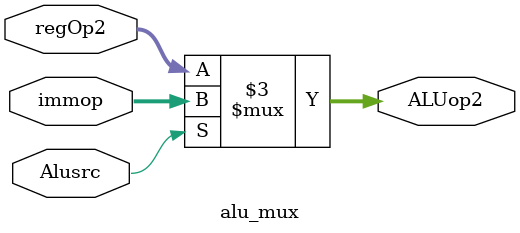
<source format=sv>
module alu_mux(input logic[31:0] regOp2, input logic[31:0] immop, input Alusrc, output logic[31:0] ALUop2);

    always_comb

        if (Alusrc)
            ALUop2=immop;
        else
            ALUop2=regOp2;

endmodule

</source>
